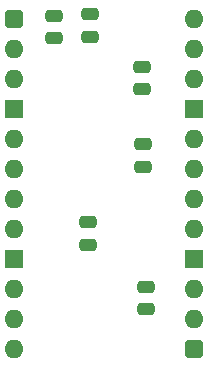
<source format=gbs>
%TF.GenerationSoftware,KiCad,Pcbnew,9.0.7*%
%TF.CreationDate,2026-02-20T09:43:29+02:00*%
%TF.ProjectId,HCP65 Hold Count,48435036-3520-4486-9f6c-6420436f756e,V2*%
%TF.SameCoordinates,Original*%
%TF.FileFunction,Soldermask,Bot*%
%TF.FilePolarity,Negative*%
%FSLAX46Y46*%
G04 Gerber Fmt 4.6, Leading zero omitted, Abs format (unit mm)*
G04 Created by KiCad (PCBNEW 9.0.7) date 2026-02-20 09:43:29*
%MOMM*%
%LPD*%
G01*
G04 APERTURE LIST*
G04 Aperture macros list*
%AMRoundRect*
0 Rectangle with rounded corners*
0 $1 Rounding radius*
0 $2 $3 $4 $5 $6 $7 $8 $9 X,Y pos of 4 corners*
0 Add a 4 corners polygon primitive as box body*
4,1,4,$2,$3,$4,$5,$6,$7,$8,$9,$2,$3,0*
0 Add four circle primitives for the rounded corners*
1,1,$1+$1,$2,$3*
1,1,$1+$1,$4,$5*
1,1,$1+$1,$6,$7*
1,1,$1+$1,$8,$9*
0 Add four rect primitives between the rounded corners*
20,1,$1+$1,$2,$3,$4,$5,0*
20,1,$1+$1,$4,$5,$6,$7,0*
20,1,$1+$1,$6,$7,$8,$9,0*
20,1,$1+$1,$8,$9,$2,$3,0*%
G04 Aperture macros list end*
%ADD10O,1.600000X1.600000*%
%ADD11R,1.600000X1.600000*%
%ADD12RoundRect,0.400000X-0.400000X-0.400000X0.400000X-0.400000X0.400000X0.400000X-0.400000X0.400000X0*%
%ADD13RoundRect,0.250000X-0.475000X0.250000X-0.475000X-0.250000X0.475000X-0.250000X0.475000X0.250000X0*%
G04 APERTURE END LIST*
D10*
%TO.C,J1*%
X15240000Y0D03*
X15240000Y-2540000D03*
X15240000Y-5080000D03*
D11*
X15240000Y-7620000D03*
D10*
X15240000Y-10160000D03*
X15240000Y-12700000D03*
X15240000Y-15240000D03*
X15240000Y-17780000D03*
D11*
X15240000Y-20320000D03*
D10*
X15240000Y-22860000D03*
X15240000Y-25400000D03*
D12*
X15240000Y-27940000D03*
D10*
X0Y-27940000D03*
X0Y-25400000D03*
X0Y-22860000D03*
D11*
X0Y-20320000D03*
D10*
X0Y-17780000D03*
X0Y-15240000D03*
X0Y-12700000D03*
X0Y-10160000D03*
D11*
X0Y-7620000D03*
D10*
X0Y-5080000D03*
X0Y-2540000D03*
D12*
X0Y0D03*
%TD*%
D13*
%TO.C,C57*%
X6223000Y-17227000D03*
X6223000Y-19127000D03*
%TD*%
%TO.C,C27*%
X10778000Y-4049000D03*
X10778000Y-5949000D03*
%TD*%
%TO.C,C25*%
X11176000Y-22688000D03*
X11176000Y-24588000D03*
%TD*%
%TO.C,C30*%
X10905000Y-10638000D03*
X10905000Y-12538000D03*
%TD*%
%TO.C,C44*%
X6365002Y365000D03*
X6365002Y-1535000D03*
%TD*%
%TO.C,C43*%
X3317002Y238000D03*
X3317002Y-1662000D03*
%TD*%
M02*

</source>
